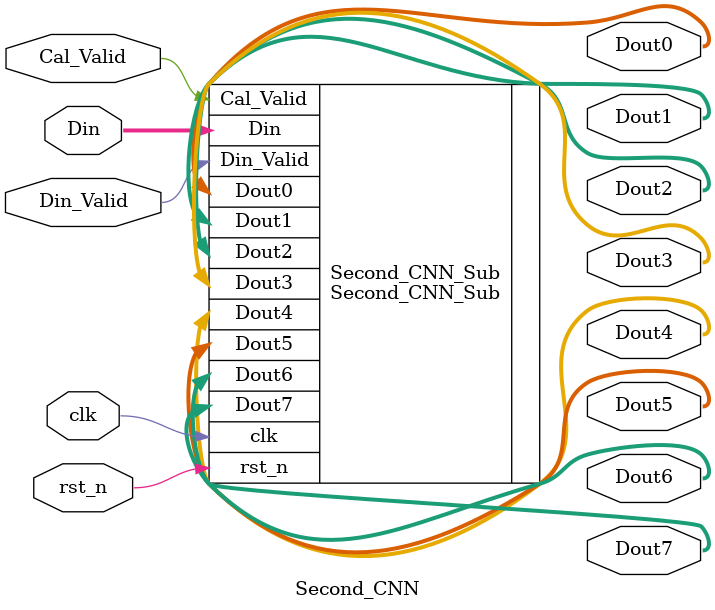
<source format=v>
module Second_CNN(
clk,
rst_n,
Din_Valid,
Cal_Valid,
Din,
Dout0,
Dout1,
Dout2,
Dout3,
Dout4,
Dout5,
Dout6,
Dout7,
);

parameter WIDTH = 8;

input clk;
input rst_n;
input Din_Valid;
input Cal_Valid;
input signed [WIDTH-1:0] Din; // 8-bit ÊäÈëÍ¼Ïñ£»
output wire signed [2*WIDTH-1:0] Dout0,Dout1,Dout2,Dout3,Dout4,Dout5,Dout6,Dout7; // ¾í»ý½á¹û£»

Second_CNN_Sub Second_CNN_Sub( .clk(clk), .rst_n(rst_n),
.Din(Din),.Din_Valid(Din_Valid),.Cal_Valid(Cal_Valid),
.Dout0(Dout0), .Dout1(Dout1),.Dout2(Dout2), .Dout3(Dout3),
.Dout4(Dout4), .Dout5(Dout5),.Dout6(Dout6), .Dout7(Dout7));

endmodule
</source>
